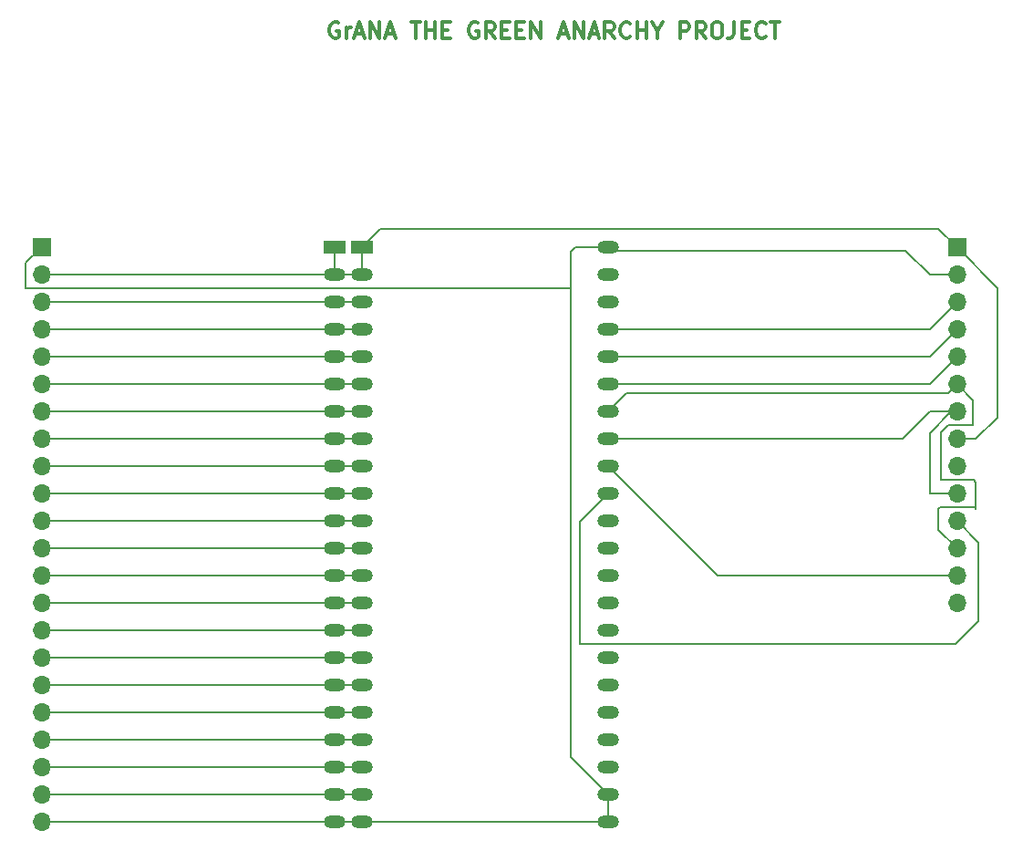
<source format=gbr>
%TF.GenerationSoftware,KiCad,Pcbnew,8.0.5*%
%TF.CreationDate,2024-10-15T07:07:36-03:00*%
%TF.ProjectId,GRANAPCBESP32S3V1,4752414e-4150-4434-9245-535033325333,rev?*%
%TF.SameCoordinates,Original*%
%TF.FileFunction,Copper,L1,Top*%
%TF.FilePolarity,Positive*%
%FSLAX46Y46*%
G04 Gerber Fmt 4.6, Leading zero omitted, Abs format (unit mm)*
G04 Created by KiCad (PCBNEW 8.0.5) date 2024-10-15 07:07:36*
%MOMM*%
%LPD*%
G01*
G04 APERTURE LIST*
%ADD10C,0.300000*%
%TA.AperFunction,NonConductor*%
%ADD11C,0.300000*%
%TD*%
%TA.AperFunction,ComponentPad*%
%ADD12R,1.700000X1.700000*%
%TD*%
%TA.AperFunction,ComponentPad*%
%ADD13O,1.700000X1.700000*%
%TD*%
%TA.AperFunction,ComponentPad*%
%ADD14R,2.000000X1.200000*%
%TD*%
%TA.AperFunction,ComponentPad*%
%ADD15O,2.000000X1.200000*%
%TD*%
%TA.AperFunction,Conductor*%
%ADD16C,0.200000*%
%TD*%
G04 APERTURE END LIST*
D10*
D11*
X140340225Y-36872257D02*
X140197368Y-36800828D01*
X140197368Y-36800828D02*
X139983082Y-36800828D01*
X139983082Y-36800828D02*
X139768796Y-36872257D01*
X139768796Y-36872257D02*
X139625939Y-37015114D01*
X139625939Y-37015114D02*
X139554510Y-37157971D01*
X139554510Y-37157971D02*
X139483082Y-37443685D01*
X139483082Y-37443685D02*
X139483082Y-37657971D01*
X139483082Y-37657971D02*
X139554510Y-37943685D01*
X139554510Y-37943685D02*
X139625939Y-38086542D01*
X139625939Y-38086542D02*
X139768796Y-38229400D01*
X139768796Y-38229400D02*
X139983082Y-38300828D01*
X139983082Y-38300828D02*
X140125939Y-38300828D01*
X140125939Y-38300828D02*
X140340225Y-38229400D01*
X140340225Y-38229400D02*
X140411653Y-38157971D01*
X140411653Y-38157971D02*
X140411653Y-37657971D01*
X140411653Y-37657971D02*
X140125939Y-37657971D01*
X141054510Y-38300828D02*
X141054510Y-37300828D01*
X141054510Y-37586542D02*
X141125939Y-37443685D01*
X141125939Y-37443685D02*
X141197368Y-37372257D01*
X141197368Y-37372257D02*
X141340225Y-37300828D01*
X141340225Y-37300828D02*
X141483082Y-37300828D01*
X141911653Y-37872257D02*
X142625939Y-37872257D01*
X141768796Y-38300828D02*
X142268796Y-36800828D01*
X142268796Y-36800828D02*
X142768796Y-38300828D01*
X143268795Y-38300828D02*
X143268795Y-36800828D01*
X143268795Y-36800828D02*
X144125938Y-38300828D01*
X144125938Y-38300828D02*
X144125938Y-36800828D01*
X144768796Y-37872257D02*
X145483082Y-37872257D01*
X144625939Y-38300828D02*
X145125939Y-36800828D01*
X145125939Y-36800828D02*
X145625939Y-38300828D01*
X147054510Y-36800828D02*
X147911653Y-36800828D01*
X147483081Y-38300828D02*
X147483081Y-36800828D01*
X148411652Y-38300828D02*
X148411652Y-36800828D01*
X148411652Y-37515114D02*
X149268795Y-37515114D01*
X149268795Y-38300828D02*
X149268795Y-36800828D01*
X149983081Y-37515114D02*
X150483081Y-37515114D01*
X150697367Y-38300828D02*
X149983081Y-38300828D01*
X149983081Y-38300828D02*
X149983081Y-36800828D01*
X149983081Y-36800828D02*
X150697367Y-36800828D01*
X153268796Y-36872257D02*
X153125939Y-36800828D01*
X153125939Y-36800828D02*
X152911653Y-36800828D01*
X152911653Y-36800828D02*
X152697367Y-36872257D01*
X152697367Y-36872257D02*
X152554510Y-37015114D01*
X152554510Y-37015114D02*
X152483081Y-37157971D01*
X152483081Y-37157971D02*
X152411653Y-37443685D01*
X152411653Y-37443685D02*
X152411653Y-37657971D01*
X152411653Y-37657971D02*
X152483081Y-37943685D01*
X152483081Y-37943685D02*
X152554510Y-38086542D01*
X152554510Y-38086542D02*
X152697367Y-38229400D01*
X152697367Y-38229400D02*
X152911653Y-38300828D01*
X152911653Y-38300828D02*
X153054510Y-38300828D01*
X153054510Y-38300828D02*
X153268796Y-38229400D01*
X153268796Y-38229400D02*
X153340224Y-38157971D01*
X153340224Y-38157971D02*
X153340224Y-37657971D01*
X153340224Y-37657971D02*
X153054510Y-37657971D01*
X154840224Y-38300828D02*
X154340224Y-37586542D01*
X153983081Y-38300828D02*
X153983081Y-36800828D01*
X153983081Y-36800828D02*
X154554510Y-36800828D01*
X154554510Y-36800828D02*
X154697367Y-36872257D01*
X154697367Y-36872257D02*
X154768796Y-36943685D01*
X154768796Y-36943685D02*
X154840224Y-37086542D01*
X154840224Y-37086542D02*
X154840224Y-37300828D01*
X154840224Y-37300828D02*
X154768796Y-37443685D01*
X154768796Y-37443685D02*
X154697367Y-37515114D01*
X154697367Y-37515114D02*
X154554510Y-37586542D01*
X154554510Y-37586542D02*
X153983081Y-37586542D01*
X155483081Y-37515114D02*
X155983081Y-37515114D01*
X156197367Y-38300828D02*
X155483081Y-38300828D01*
X155483081Y-38300828D02*
X155483081Y-36800828D01*
X155483081Y-36800828D02*
X156197367Y-36800828D01*
X156840224Y-37515114D02*
X157340224Y-37515114D01*
X157554510Y-38300828D02*
X156840224Y-38300828D01*
X156840224Y-38300828D02*
X156840224Y-36800828D01*
X156840224Y-36800828D02*
X157554510Y-36800828D01*
X158197367Y-38300828D02*
X158197367Y-36800828D01*
X158197367Y-36800828D02*
X159054510Y-38300828D01*
X159054510Y-38300828D02*
X159054510Y-36800828D01*
X160840225Y-37872257D02*
X161554511Y-37872257D01*
X160697368Y-38300828D02*
X161197368Y-36800828D01*
X161197368Y-36800828D02*
X161697368Y-38300828D01*
X162197367Y-38300828D02*
X162197367Y-36800828D01*
X162197367Y-36800828D02*
X163054510Y-38300828D01*
X163054510Y-38300828D02*
X163054510Y-36800828D01*
X163697368Y-37872257D02*
X164411654Y-37872257D01*
X163554511Y-38300828D02*
X164054511Y-36800828D01*
X164054511Y-36800828D02*
X164554511Y-38300828D01*
X165911653Y-38300828D02*
X165411653Y-37586542D01*
X165054510Y-38300828D02*
X165054510Y-36800828D01*
X165054510Y-36800828D02*
X165625939Y-36800828D01*
X165625939Y-36800828D02*
X165768796Y-36872257D01*
X165768796Y-36872257D02*
X165840225Y-36943685D01*
X165840225Y-36943685D02*
X165911653Y-37086542D01*
X165911653Y-37086542D02*
X165911653Y-37300828D01*
X165911653Y-37300828D02*
X165840225Y-37443685D01*
X165840225Y-37443685D02*
X165768796Y-37515114D01*
X165768796Y-37515114D02*
X165625939Y-37586542D01*
X165625939Y-37586542D02*
X165054510Y-37586542D01*
X167411653Y-38157971D02*
X167340225Y-38229400D01*
X167340225Y-38229400D02*
X167125939Y-38300828D01*
X167125939Y-38300828D02*
X166983082Y-38300828D01*
X166983082Y-38300828D02*
X166768796Y-38229400D01*
X166768796Y-38229400D02*
X166625939Y-38086542D01*
X166625939Y-38086542D02*
X166554510Y-37943685D01*
X166554510Y-37943685D02*
X166483082Y-37657971D01*
X166483082Y-37657971D02*
X166483082Y-37443685D01*
X166483082Y-37443685D02*
X166554510Y-37157971D01*
X166554510Y-37157971D02*
X166625939Y-37015114D01*
X166625939Y-37015114D02*
X166768796Y-36872257D01*
X166768796Y-36872257D02*
X166983082Y-36800828D01*
X166983082Y-36800828D02*
X167125939Y-36800828D01*
X167125939Y-36800828D02*
X167340225Y-36872257D01*
X167340225Y-36872257D02*
X167411653Y-36943685D01*
X168054510Y-38300828D02*
X168054510Y-36800828D01*
X168054510Y-37515114D02*
X168911653Y-37515114D01*
X168911653Y-38300828D02*
X168911653Y-36800828D01*
X169911654Y-37586542D02*
X169911654Y-38300828D01*
X169411654Y-36800828D02*
X169911654Y-37586542D01*
X169911654Y-37586542D02*
X170411654Y-36800828D01*
X172054510Y-38300828D02*
X172054510Y-36800828D01*
X172054510Y-36800828D02*
X172625939Y-36800828D01*
X172625939Y-36800828D02*
X172768796Y-36872257D01*
X172768796Y-36872257D02*
X172840225Y-36943685D01*
X172840225Y-36943685D02*
X172911653Y-37086542D01*
X172911653Y-37086542D02*
X172911653Y-37300828D01*
X172911653Y-37300828D02*
X172840225Y-37443685D01*
X172840225Y-37443685D02*
X172768796Y-37515114D01*
X172768796Y-37515114D02*
X172625939Y-37586542D01*
X172625939Y-37586542D02*
X172054510Y-37586542D01*
X174411653Y-38300828D02*
X173911653Y-37586542D01*
X173554510Y-38300828D02*
X173554510Y-36800828D01*
X173554510Y-36800828D02*
X174125939Y-36800828D01*
X174125939Y-36800828D02*
X174268796Y-36872257D01*
X174268796Y-36872257D02*
X174340225Y-36943685D01*
X174340225Y-36943685D02*
X174411653Y-37086542D01*
X174411653Y-37086542D02*
X174411653Y-37300828D01*
X174411653Y-37300828D02*
X174340225Y-37443685D01*
X174340225Y-37443685D02*
X174268796Y-37515114D01*
X174268796Y-37515114D02*
X174125939Y-37586542D01*
X174125939Y-37586542D02*
X173554510Y-37586542D01*
X175340225Y-36800828D02*
X175625939Y-36800828D01*
X175625939Y-36800828D02*
X175768796Y-36872257D01*
X175768796Y-36872257D02*
X175911653Y-37015114D01*
X175911653Y-37015114D02*
X175983082Y-37300828D01*
X175983082Y-37300828D02*
X175983082Y-37800828D01*
X175983082Y-37800828D02*
X175911653Y-38086542D01*
X175911653Y-38086542D02*
X175768796Y-38229400D01*
X175768796Y-38229400D02*
X175625939Y-38300828D01*
X175625939Y-38300828D02*
X175340225Y-38300828D01*
X175340225Y-38300828D02*
X175197368Y-38229400D01*
X175197368Y-38229400D02*
X175054510Y-38086542D01*
X175054510Y-38086542D02*
X174983082Y-37800828D01*
X174983082Y-37800828D02*
X174983082Y-37300828D01*
X174983082Y-37300828D02*
X175054510Y-37015114D01*
X175054510Y-37015114D02*
X175197368Y-36872257D01*
X175197368Y-36872257D02*
X175340225Y-36800828D01*
X177054511Y-36800828D02*
X177054511Y-37872257D01*
X177054511Y-37872257D02*
X176983082Y-38086542D01*
X176983082Y-38086542D02*
X176840225Y-38229400D01*
X176840225Y-38229400D02*
X176625939Y-38300828D01*
X176625939Y-38300828D02*
X176483082Y-38300828D01*
X177768796Y-37515114D02*
X178268796Y-37515114D01*
X178483082Y-38300828D02*
X177768796Y-38300828D01*
X177768796Y-38300828D02*
X177768796Y-36800828D01*
X177768796Y-36800828D02*
X178483082Y-36800828D01*
X179983082Y-38157971D02*
X179911654Y-38229400D01*
X179911654Y-38229400D02*
X179697368Y-38300828D01*
X179697368Y-38300828D02*
X179554511Y-38300828D01*
X179554511Y-38300828D02*
X179340225Y-38229400D01*
X179340225Y-38229400D02*
X179197368Y-38086542D01*
X179197368Y-38086542D02*
X179125939Y-37943685D01*
X179125939Y-37943685D02*
X179054511Y-37657971D01*
X179054511Y-37657971D02*
X179054511Y-37443685D01*
X179054511Y-37443685D02*
X179125939Y-37157971D01*
X179125939Y-37157971D02*
X179197368Y-37015114D01*
X179197368Y-37015114D02*
X179340225Y-36872257D01*
X179340225Y-36872257D02*
X179554511Y-36800828D01*
X179554511Y-36800828D02*
X179697368Y-36800828D01*
X179697368Y-36800828D02*
X179911654Y-36872257D01*
X179911654Y-36872257D02*
X179983082Y-36943685D01*
X180411654Y-36800828D02*
X181268797Y-36800828D01*
X180840225Y-38300828D02*
X180840225Y-36800828D01*
D12*
%TO.P,J1,1,Pin_1*%
%TO.N,Net-(J1-Pin_1)*%
X197750000Y-57730000D03*
D13*
%TO.P,J1,2,Pin_2*%
%TO.N,Net-(J1-Pin_2)*%
X197750000Y-60270000D03*
%TO.P,J1,3,Pin_3*%
%TO.N,Net-(J1-Pin_3)*%
X197750000Y-62810000D03*
%TO.P,J1,4,Pin_4*%
%TO.N,Net-(J1-Pin_4)*%
X197750000Y-65350000D03*
%TO.P,J1,5,Pin_5*%
%TO.N,Net-(J1-Pin_5)*%
X197750000Y-67890000D03*
%TO.P,J1,6,Pin_6*%
%TO.N,Net-(J1-Pin_12)*%
X197750000Y-70430000D03*
%TO.P,J1,7,Pin_7*%
%TO.N,Net-(J1-Pin_10)*%
X197750000Y-72970000D03*
%TO.P,J1,8,Pin_8*%
%TO.N,Net-(J1-Pin_1)*%
X197750000Y-75510000D03*
%TO.P,J1,9,Pin_9*%
%TO.N,unconnected-(J1-Pin_9-Pad9)*%
X197750000Y-78050000D03*
%TO.P,J1,10,Pin_10*%
%TO.N,Net-(J1-Pin_10)*%
X197750000Y-80590000D03*
%TO.P,J1,11,Pin_11*%
%TO.N,Net-(J1-Pin_11)*%
X197750000Y-83130000D03*
%TO.P,J1,12,Pin_12*%
%TO.N,Net-(J1-Pin_12)*%
X197750000Y-85670000D03*
%TO.P,J1,13,Pin_13*%
%TO.N,Net-(J1-Pin_13)*%
X197750000Y-88210000D03*
%TO.P,J1,14,Pin_14*%
%TO.N,unconnected-(J1-Pin_14-Pad14)*%
X197750000Y-90750000D03*
%TD*%
D14*
%TO.P,U2,1,3V3*%
%TO.N,Net-(J1-Pin_1)*%
X139960000Y-57720000D03*
X142500000Y-57720000D03*
D15*
%TO.P,U2,2,3V3*%
X139960000Y-60260000D03*
X142500000Y-60260000D03*
%TO.P,U2,3,CHIP_PU*%
%TO.N,Net-(J2-Pin_3)*%
X139960000Y-62800000D03*
X142500000Y-62800000D03*
%TO.P,U2,4,GPIO4/ADC1_CH3*%
%TO.N,Net-(J2-Pin_4)*%
X139960000Y-65340000D03*
X142500000Y-65340000D03*
%TO.P,U2,5,GPIO5/ADC1_CH4*%
%TO.N,Net-(J2-Pin_5)*%
X139960000Y-67880000D03*
X142500000Y-67880000D03*
%TO.P,U2,6,GPIO6/ADC1_CH5*%
%TO.N,Net-(J2-Pin_6)*%
X139960000Y-70420000D03*
X142500000Y-70420000D03*
%TO.P,U2,7,GPIO7/ADC1_CH6*%
%TO.N,Net-(J2-Pin_7)*%
X139960000Y-72960000D03*
X142500000Y-72960000D03*
%TO.P,U2,8,GPIO15/ADC2_CH4/32K_P*%
%TO.N,Net-(J2-Pin_8)*%
X139960000Y-75500000D03*
X142500000Y-75500000D03*
%TO.P,U2,9,GPIO16/ADC2_CH5/32K_N*%
%TO.N,Net-(J2-Pin_9)*%
X139960000Y-78040000D03*
X142500000Y-78040000D03*
%TO.P,U2,10,GPIO17/ADC2_CH6*%
%TO.N,Net-(J2-Pin_10)*%
X139960000Y-80580000D03*
X142500000Y-80580000D03*
%TO.P,U2,11,GPIO18/ADC2_CH7*%
%TO.N,Net-(J2-Pin_11)*%
X139960000Y-83120000D03*
X142500000Y-83120000D03*
%TO.P,U2,12,GPIO8/ADC1_CH7*%
%TO.N,Net-(J2-Pin_12)*%
X139960000Y-85660000D03*
X142500000Y-85660000D03*
%TO.P,U2,13,GPIO3/ADC1_CH2*%
%TO.N,Net-(J2-Pin_13)*%
X139960000Y-88200000D03*
X142500000Y-88200000D03*
%TO.P,U2,14,GPIO46*%
%TO.N,Net-(J2-Pin_14)*%
X139960000Y-90740000D03*
X142500000Y-90740000D03*
%TO.P,U2,15,GPIO9/ADC1_CH8*%
%TO.N,Net-(J2-Pin_15)*%
X139960000Y-93280000D03*
X142500000Y-93280000D03*
%TO.P,U2,16,GPIO10/ADC1_CH9*%
%TO.N,Net-(J2-Pin_16)*%
X139960000Y-95820000D03*
X142500000Y-95820000D03*
%TO.P,U2,17,GPIO11/ADC2_CH0*%
%TO.N,Net-(J2-Pin_17)*%
X139960000Y-98360000D03*
X142500000Y-98360000D03*
%TO.P,U2,18,GPIO12/ADC2_CH1*%
%TO.N,Net-(J2-Pin_18)*%
X139960000Y-100900000D03*
X142500000Y-100900000D03*
%TO.P,U2,19,GPIO13/ADC2_CH2*%
%TO.N,Net-(J2-Pin_19)*%
X139960000Y-103440000D03*
X142500000Y-103440000D03*
%TO.P,U2,20,GPIO14/ADC2_CH3*%
%TO.N,Net-(J2-Pin_20)*%
X139956320Y-105977280D03*
X142496320Y-105977280D03*
%TO.P,U2,21,5V*%
%TO.N,Net-(J2-Pin_21)*%
X139956320Y-108517280D03*
X142496320Y-108517280D03*
%TO.P,U2,22,GND*%
%TO.N,Net-(J1-Pin_2)*%
X139956320Y-111057280D03*
X142496320Y-111057280D03*
%TO.P,U2,23,GND*%
X165360000Y-111060000D03*
%TO.P,U2,24,GND*%
X165360000Y-108520000D03*
%TO.P,U2,25,GPIO19/USB_D-*%
%TO.N,Net-(P1-D+)*%
X165360000Y-105980000D03*
%TO.P,U2,26,GPIO20/USB_D+*%
%TO.N,Net-(P1-CC)*%
X165360000Y-103440000D03*
%TO.P,U2,27,GPIO21*%
%TO.N,unconnected-(U2-GPIO21-Pad27)*%
X165360000Y-100900000D03*
%TO.P,U2,28,GPIO47*%
%TO.N,unconnected-(U2-GPIO47-Pad28)*%
X165360000Y-98360000D03*
%TO.P,U2,29,GPIO48*%
%TO.N,unconnected-(U2-GPIO48-Pad29)*%
X165360000Y-95820000D03*
%TO.P,U2,30,GPIO45*%
%TO.N,unconnected-(U2-GPIO45-Pad30)*%
X165360000Y-93280000D03*
%TO.P,U2,31,GPIO0*%
%TO.N,unconnected-(U2-GPIO0-Pad31)*%
X165360000Y-90740000D03*
%TO.P,U2,32,GPIO35*%
%TO.N,unconnected-(U2-GPIO35-Pad32)*%
X165360000Y-88200000D03*
%TO.P,U2,33,GPIO36*%
%TO.N,unconnected-(U2-GPIO36-Pad33)*%
X165360000Y-85660000D03*
%TO.P,U2,34,GPIO37*%
%TO.N,unconnected-(U2-GPIO37-Pad34)*%
X165360000Y-83120000D03*
%TO.P,U2,35,GPIO38*%
%TO.N,Net-(J1-Pin_11)*%
X165360000Y-80580000D03*
%TO.P,U2,36,GPIO39/MTCK*%
%TO.N,Net-(J1-Pin_13)*%
X165360000Y-78040000D03*
%TO.P,U2,37,GPIO40/MTDO*%
%TO.N,Net-(J1-Pin_10)*%
X165360000Y-75500000D03*
%TO.P,U2,38,GPIO41/MTDI*%
%TO.N,Net-(J1-Pin_12)*%
X165360000Y-72960000D03*
%TO.P,U2,39,GPIO42/MTMS*%
%TO.N,Net-(J1-Pin_5)*%
X165360000Y-70420000D03*
%TO.P,U2,40,GPIO2/ADC1_CH1*%
%TO.N,Net-(J1-Pin_4)*%
X165360000Y-67880000D03*
%TO.P,U2,41,GPIO1/ADC1_CH0*%
%TO.N,Net-(J1-Pin_3)*%
X165360000Y-65340000D03*
%TO.P,U2,42,GPIO44/U0RXD*%
%TO.N,unconnected-(U2-GPIO44{slash}U0RXD-Pad42)*%
X165360000Y-62800000D03*
%TO.P,U2,43,GPIO43/U0TXD*%
%TO.N,unconnected-(U2-GPIO43{slash}U0TXD-Pad43)*%
X165360000Y-60260000D03*
%TO.P,U2,44,GND*%
%TO.N,Net-(J1-Pin_2)*%
X165360000Y-57720000D03*
%TD*%
D12*
%TO.P,J2,1,Pin_1*%
%TO.N,Net-(J1-Pin_2)*%
X112750000Y-57670000D03*
D13*
%TO.P,J2,2,Pin_2*%
%TO.N,Net-(J1-Pin_1)*%
X112750000Y-60210000D03*
%TO.P,J2,3,Pin_3*%
%TO.N,Net-(J2-Pin_3)*%
X112750000Y-62750000D03*
%TO.P,J2,4,Pin_4*%
%TO.N,Net-(J2-Pin_4)*%
X112750000Y-65290000D03*
%TO.P,J2,5,Pin_5*%
%TO.N,Net-(J2-Pin_5)*%
X112750000Y-67830000D03*
%TO.P,J2,6,Pin_6*%
%TO.N,Net-(J2-Pin_6)*%
X112750000Y-70370000D03*
%TO.P,J2,7,Pin_7*%
%TO.N,Net-(J2-Pin_7)*%
X112750000Y-72910000D03*
%TO.P,J2,8,Pin_8*%
%TO.N,Net-(J2-Pin_8)*%
X112750000Y-75450000D03*
%TO.P,J2,9,Pin_9*%
%TO.N,Net-(J2-Pin_9)*%
X112750000Y-77990000D03*
%TO.P,J2,10,Pin_10*%
%TO.N,Net-(J2-Pin_10)*%
X112750000Y-80530000D03*
%TO.P,J2,11,Pin_11*%
%TO.N,Net-(J2-Pin_11)*%
X112750000Y-83070000D03*
%TO.P,J2,12,Pin_12*%
%TO.N,Net-(J2-Pin_12)*%
X112750000Y-85610000D03*
%TO.P,J2,13,Pin_13*%
%TO.N,Net-(J2-Pin_13)*%
X112750000Y-88150000D03*
%TO.P,J2,14,Pin_14*%
%TO.N,Net-(J2-Pin_14)*%
X112750000Y-90690000D03*
%TO.P,J2,15,Pin_15*%
%TO.N,Net-(J2-Pin_15)*%
X112750000Y-93230000D03*
%TO.P,J2,16,Pin_16*%
%TO.N,Net-(J2-Pin_16)*%
X112750000Y-95770000D03*
%TO.P,J2,17,Pin_17*%
%TO.N,Net-(J2-Pin_17)*%
X112750000Y-98310000D03*
%TO.P,J2,18,Pin_18*%
%TO.N,Net-(J2-Pin_18)*%
X112750000Y-100850000D03*
%TO.P,J2,19,Pin_19*%
%TO.N,Net-(J2-Pin_19)*%
X112750000Y-103390000D03*
%TO.P,J2,20,Pin_20*%
%TO.N,Net-(J2-Pin_20)*%
X112750000Y-105930000D03*
%TO.P,J2,21,Pin_21*%
%TO.N,Net-(J2-Pin_21)*%
X112750000Y-108470000D03*
%TO.P,J2,22,Pin_22*%
%TO.N,Net-(J1-Pin_2)*%
X112750000Y-111010000D03*
%TD*%
D16*
%TO.N,Net-(J1-Pin_12)*%
X197750000Y-70430000D02*
X199250000Y-71930000D01*
X199250000Y-71930000D02*
X199250000Y-74200000D01*
X199250000Y-74200000D02*
X196900000Y-74200000D01*
X196900000Y-74200000D02*
X196250000Y-74850000D01*
X196250000Y-74850000D02*
X196250000Y-79300000D01*
X196250000Y-79300000D02*
X199300000Y-79300000D01*
X199300000Y-79300000D02*
X199500000Y-79500000D01*
X196150000Y-81850000D02*
X196000000Y-82000000D01*
X199500000Y-79500000D02*
X199500000Y-81960000D01*
X199500000Y-81960000D02*
X199390000Y-81850000D01*
X196000000Y-82000000D02*
X196000000Y-83920000D01*
X199390000Y-81850000D02*
X196150000Y-81850000D01*
X196000000Y-83920000D02*
X197750000Y-85670000D01*
%TO.N,Net-(J1-Pin_11)*%
X197750000Y-83130000D02*
X199750000Y-85130000D01*
X199750000Y-85130000D02*
X199750000Y-92370000D01*
X197620000Y-94500000D02*
X162750000Y-94500000D01*
X199750000Y-92370000D02*
X197620000Y-94500000D01*
X162750000Y-94500000D02*
X162750000Y-83190000D01*
X162750000Y-83190000D02*
X165360000Y-80580000D01*
%TO.N,Net-(J1-Pin_2)*%
X161890000Y-61610000D02*
X161780000Y-61500000D01*
X161780000Y-61500000D02*
X111250000Y-61500000D01*
X111250000Y-61500000D02*
X111250000Y-59170000D01*
X111250000Y-59170000D02*
X112750000Y-57670000D01*
%TO.N,Net-(J1-Pin_10)*%
X197750000Y-80590000D02*
X195250000Y-80590000D01*
X195250000Y-80590000D02*
X195250000Y-74950000D01*
X195250000Y-74950000D02*
X197230000Y-72970000D01*
X197230000Y-72970000D02*
X197750000Y-72970000D01*
%TO.N,Net-(J1-Pin_1)*%
X197750000Y-75510000D02*
X199490000Y-75510000D01*
X199490000Y-75510000D02*
X201500000Y-73500000D01*
X201500000Y-73500000D02*
X201500000Y-61480000D01*
X201500000Y-61480000D02*
X197750000Y-57730000D01*
%TO.N,Net-(J1-Pin_2)*%
X165360000Y-108520000D02*
X161850000Y-105010000D01*
X142496320Y-111057280D02*
X165357280Y-111057280D01*
X195270000Y-60270000D02*
X193000000Y-58000000D01*
X161850000Y-105010000D02*
X161850000Y-61650000D01*
X165640000Y-58000000D02*
X165360000Y-57720000D01*
X142496320Y-111057280D02*
X139956320Y-111057280D01*
X112750000Y-111010000D02*
X139909040Y-111010000D01*
X193000000Y-58000000D02*
X165640000Y-58000000D01*
X165360000Y-57720000D02*
X162280000Y-57720000D01*
X161850000Y-61650000D02*
X161890000Y-61610000D01*
X139909040Y-111010000D02*
X139956320Y-111057280D01*
X161890000Y-58110000D02*
X161890000Y-61610000D01*
X197750000Y-60270000D02*
X195270000Y-60270000D01*
X165357280Y-111057280D02*
X165360000Y-111060000D01*
X162280000Y-57720000D02*
X161890000Y-58110000D01*
X165360000Y-111060000D02*
X165360000Y-108520000D01*
%TO.N,Net-(J2-Pin_6)*%
X112800000Y-70420000D02*
X112750000Y-70370000D01*
X142500000Y-70420000D02*
X112800000Y-70420000D01*
%TO.N,Net-(J2-Pin_20)*%
X139909040Y-105930000D02*
X139956320Y-105977280D01*
X112750000Y-105930000D02*
X139909040Y-105930000D01*
X142496320Y-105977280D02*
X139956320Y-105977280D01*
%TO.N,Net-(J2-Pin_5)*%
X142500000Y-67880000D02*
X112800000Y-67880000D01*
X112800000Y-67880000D02*
X112750000Y-67830000D01*
%TO.N,Net-(J2-Pin_3)*%
X112800000Y-62800000D02*
X112750000Y-62750000D01*
X142500000Y-62800000D02*
X112800000Y-62800000D01*
%TO.N,Net-(J2-Pin_17)*%
X142500000Y-98360000D02*
X139960000Y-98360000D01*
X139910000Y-98310000D02*
X139960000Y-98360000D01*
X112750000Y-98310000D02*
X139910000Y-98310000D01*
%TO.N,Net-(J2-Pin_13)*%
X112750000Y-88150000D02*
X139910000Y-88150000D01*
X139910000Y-88150000D02*
X139960000Y-88200000D01*
X142500000Y-88200000D02*
X139960000Y-88200000D01*
%TO.N,Net-(J1-Pin_13)*%
X197750000Y-88210000D02*
X175530000Y-88210000D01*
X175530000Y-88210000D02*
X165360000Y-78040000D01*
%TO.N,Net-(J2-Pin_18)*%
X142500000Y-100900000D02*
X139960000Y-100900000D01*
X139910000Y-100850000D02*
X139960000Y-100900000D01*
X112750000Y-100850000D02*
X139910000Y-100850000D01*
%TO.N,Net-(J1-Pin_12)*%
X196900000Y-71280000D02*
X167040000Y-71280000D01*
X167040000Y-71280000D02*
X165360000Y-72960000D01*
X197750000Y-70430000D02*
X196900000Y-71280000D01*
%TO.N,Net-(J1-Pin_1)*%
X142745000Y-57965000D02*
X142500000Y-57720000D01*
X139960000Y-57720000D02*
X139960000Y-60260000D01*
X196020000Y-56000000D02*
X144220000Y-56000000D01*
X142500000Y-57720000D02*
X142500000Y-60260000D01*
X197750000Y-57730000D02*
X196020000Y-56000000D01*
X144220000Y-56000000D02*
X142500000Y-57720000D01*
X142500000Y-60260000D02*
X112800000Y-60260000D01*
X112800000Y-60260000D02*
X112750000Y-60210000D01*
X143375000Y-57965000D02*
X142745000Y-57965000D01*
%TO.N,Net-(J1-Pin_5)*%
X195220000Y-70420000D02*
X197750000Y-67890000D01*
X165360000Y-70420000D02*
X195220000Y-70420000D01*
%TO.N,Net-(J2-Pin_14)*%
X139910000Y-90690000D02*
X139960000Y-90740000D01*
X142500000Y-90740000D02*
X139960000Y-90740000D01*
X112750000Y-90690000D02*
X139910000Y-90690000D01*
%TO.N,Net-(J2-Pin_21)*%
X139909040Y-108470000D02*
X139956320Y-108517280D01*
X112750000Y-108470000D02*
X139909040Y-108470000D01*
X142496320Y-108517280D02*
X139956320Y-108517280D01*
%TO.N,Net-(J2-Pin_4)*%
X142500000Y-65340000D02*
X112800000Y-65340000D01*
X112800000Y-65340000D02*
X112750000Y-65290000D01*
%TO.N,Net-(J1-Pin_4)*%
X195220000Y-67880000D02*
X197750000Y-65350000D01*
X165360000Y-67880000D02*
X195220000Y-67880000D01*
%TO.N,Net-(J2-Pin_10)*%
X142500000Y-80580000D02*
X139960000Y-80580000D01*
X112800000Y-80580000D02*
X112750000Y-80530000D01*
X139960000Y-80580000D02*
X112800000Y-80580000D01*
%TO.N,Net-(J2-Pin_11)*%
X142500000Y-83120000D02*
X139960000Y-83120000D01*
X139910000Y-83070000D02*
X139960000Y-83120000D01*
X112750000Y-83070000D02*
X139910000Y-83070000D01*
%TO.N,Net-(J2-Pin_12)*%
X112800000Y-85660000D02*
X112750000Y-85610000D01*
X142500000Y-85660000D02*
X139960000Y-85660000D01*
X139960000Y-85660000D02*
X112800000Y-85660000D01*
%TO.N,Net-(J2-Pin_15)*%
X112750000Y-93230000D02*
X139910000Y-93230000D01*
X142500000Y-93280000D02*
X139960000Y-93280000D01*
X139910000Y-93230000D02*
X139960000Y-93280000D01*
%TO.N,Net-(J2-Pin_7)*%
X139910000Y-72910000D02*
X139960000Y-72960000D01*
X142500000Y-72960000D02*
X139960000Y-72960000D01*
X112750000Y-72910000D02*
X139910000Y-72910000D01*
%TO.N,unconnected-(U2-GPIO44{slash}U0RXD-Pad42)*%
X165250000Y-62690000D02*
X165250000Y-62470000D01*
X165360000Y-62800000D02*
X165360000Y-62400000D01*
%TO.N,Net-(J1-Pin_10)*%
X195250000Y-72970000D02*
X192720000Y-75500000D01*
X197750000Y-72970000D02*
X195250000Y-72970000D01*
X192720000Y-75500000D02*
X165360000Y-75500000D01*
%TO.N,Net-(J1-Pin_3)*%
X165360000Y-65340000D02*
X195220000Y-65340000D01*
X195220000Y-65340000D02*
X197750000Y-62810000D01*
%TO.N,Net-(J2-Pin_19)*%
X142500000Y-103440000D02*
X139960000Y-103440000D01*
X139960000Y-103440000D02*
X112800000Y-103440000D01*
X112800000Y-103440000D02*
X112750000Y-103390000D01*
%TO.N,Net-(J2-Pin_9)*%
X112750000Y-77990000D02*
X139910000Y-77990000D01*
X139910000Y-77990000D02*
X139960000Y-78040000D01*
X142500000Y-78040000D02*
X139960000Y-78040000D01*
%TO.N,Net-(J2-Pin_16)*%
X142500000Y-95820000D02*
X139960000Y-95820000D01*
X139910000Y-95770000D02*
X139960000Y-95820000D01*
X112750000Y-95770000D02*
X139910000Y-95770000D01*
%TO.N,Net-(J2-Pin_8)*%
X112800000Y-75500000D02*
X112750000Y-75450000D01*
X142500000Y-75500000D02*
X139960000Y-75500000D01*
X139960000Y-75500000D02*
X112800000Y-75500000D01*
%TO.N,unconnected-(J1-Pin_9-Pad9)*%
X198170000Y-78050000D02*
X198250000Y-77970000D01*
%TD*%
M02*

</source>
